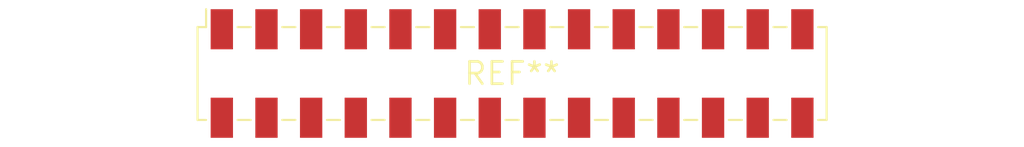
<source format=kicad_pcb>
(kicad_pcb (version 20240108) (generator pcbnew)
  (layers (0 "F.Cu" signal) (31 "B.Cu" signal) (34 "B.Paste" user) (35 "F.Paste" user) (36 "B.SilkS" user "B.Silkscreen") (37 "F.SilkS" user "F.Silkscreen") (38 "B.Mask" user) (39 "F.Mask" user) (44 "Edge.Cuts" user))
  (net 0 "")
  (footprint "Samtec_HLE-114-02-xxx-DV-A_2x14_P2.54mm_Horizontal" (layer "F.Cu") (at 0 0)
    (property "Reference" "REF**")
    (property "Value" "Samtec_HLE-114-02-xxx-DV-A_2x14_P2.54mm_Horizontal")
    (fp_line (start -17.89 -2.65) (end -17.89 2.65) (layer "F.SilkS") (stroke (width 0.12)))
    (fp_line (start -17.89 2.65) (end -17.405 2.65) (layer "F.SilkS") (stroke (width 0.12)))
    (fp_line (start -17.405 -3.67) (end -17.405 -2.65) (layer "F.SilkS") (stroke (width 0.12)))
    (fp_line (start -17.405 -2.65) (end -17.89 -2.65) (layer "F.SilkS") (stroke (width 0.12)))
    (fp_line (start -15.615 -2.65) (end -14.865 -2.65) (layer "F.SilkS") (stroke (width 0.12)))
    (fp_line (start -15.615 2.65) (end -14.865 2.65) (layer "F.SilkS") (stroke (width 0.12)))
    (fp_line (start -13.075 -2.65) (end -12.325 -2.65) (layer "F.SilkS") (stroke (width 0.12)))
    (fp_line (start -13.075 2.65) (end -12.325 2.65) (layer "F.SilkS") (stroke (width 0.12)))
    (fp_line (start -10.535 -2.65) (end -9.785 -2.65) (layer "F.SilkS") (stroke (width 0.12)))
    (fp_line (start -10.535 2.65) (end -9.785 2.65) (layer "F.SilkS") (stroke (width 0.12)))
    (fp_line (start -7.995 -2.65) (end -7.245 -2.65) (layer "F.SilkS") (stroke (width 0.12)))
    (fp_line (start -7.995 2.65) (end -7.245 2.65) (layer "F.SilkS") (stroke (width 0.12)))
    (fp_line (start -5.455 -2.65) (end -4.705 -2.65) (layer "F.SilkS") (stroke (width 0.12)))
    (fp_line (start -5.455 2.65) (end -4.705 2.65) (layer "F.SilkS") (stroke (width 0.12)))
    (fp_line (start -2.915 -2.65) (end -2.165 -2.65) (layer "F.SilkS") (stroke (width 0.12)))
    (fp_line (start -2.915 2.65) (end -2.165 2.65) (layer "F.SilkS") (stroke (width 0.12)))
    (fp_line (start -0.375 -2.65) (end 0.375 -2.65) (layer "F.SilkS") (stroke (width 0.12)))
    (fp_line (start -0.375 2.65) (end 0.375 2.65) (layer "F.SilkS") (stroke (width 0.12)))
    (fp_line (start 2.165 -2.65) (end 2.915 -2.65) (layer "F.SilkS") (stroke (width 0.12)))
    (fp_line (start 2.165 2.65) (end 2.915 2.65) (layer "F.SilkS") (stroke (width 0.12)))
    (fp_line (start 4.705 -2.65) (end 5.455 -2.65) (layer "F.SilkS") (stroke (width 0.12)))
    (fp_line (start 4.705 2.65) (end 5.455 2.65) (layer "F.SilkS") (stroke (width 0.12)))
    (fp_line (start 7.245 -2.65) (end 7.995 -2.65) (layer "F.SilkS") (stroke (width 0.12)))
    (fp_line (start 7.245 2.65) (end 7.995 2.65) (layer "F.SilkS") (stroke (width 0.12)))
    (fp_line (start 9.785 -2.65) (end 10.535 -2.65) (layer "F.SilkS") (stroke (width 0.12)))
    (fp_line (start 9.785 2.65) (end 10.535 2.65) (layer "F.SilkS") (stroke (width 0.12)))
    (fp_line (start 12.325 -2.65) (end 13.075 -2.65) (layer "F.SilkS") (stroke (width 0.12)))
    (fp_line (start 12.325 2.65) (end 13.075 2.65) (layer "F.SilkS") (stroke (width 0.12)))
    (fp_line (start 14.865 -2.65) (end 15.615 -2.65) (layer "F.SilkS") (stroke (width 0.12)))
    (fp_line (start 14.865 2.65) (end 15.615 2.65) (layer "F.SilkS") (stroke (width 0.12)))
    (fp_line (start 17.405 -2.65) (end 17.89 -2.65) (layer "F.SilkS") (stroke (width 0.12)))
    (fp_line (start 17.89 -2.65) (end 17.89 2.65) (layer "F.SilkS") (stroke (width 0.12)))
    (fp_line (start 17.89 2.65) (end 17.405 2.65) (layer "F.SilkS") (stroke (width 0.12)))
    (pad "" np_thru_hole circle (at -15.24 0) (size 1.78 1.78) (drill 1.78) (layers *.Cu *.Mask))
    (pad "" np_thru_hole circle (at 15.24 0) (size 1.78 1.78) (drill 1.78) (layers *.Cu *.Mask))
    (pad "1" smd rect (at -16.51 -2.525) (size 1.27 2.29) (layers "F.Cu" "F.Paste" "F.Mask"))
    (pad "2" smd rect (at -16.51 2.525) (size 1.27 2.29) (layers "F.Cu" "F.Paste" "F.Mask"))
    (pad "3" smd rect (at -13.97 -2.525) (size 1.27 2.29) (layers "F.Cu" "F.Paste" "F.Mask"))
    (pad "4" smd rect (at -13.97 2.525) (size 1.27 2.29) (layers "F.Cu" "F.Paste" "F.Mask"))
    (pad "5" smd rect (at -11.43 -2.525) (size 1.27 2.29) (layers "F.Cu" "F.Paste" "F.Mask"))
    (pad "6" smd rect (at -11.43 2.525) (size 1.27 2.29) (layers "F.Cu" "F.Paste" "F.Mask"))
    (pad "7" smd rect (at -8.89 -2.525) (size 1.27 2.29) (layers "F.Cu" "F.Paste" "F.Mask"))
    (pad "8" smd rect (at -8.89 2.525) (size 1.27 2.29) (layers "F.Cu" "F.Paste" "F.Mask"))
    (pad "9" smd rect (at -6.35 -2.525) (size 1.27 2.29) (layers "F.Cu" "F.Paste" "F.Mask"))
    (pad "10" smd rect (at -6.35 2.525) (size 1.27 2.29) (layers "F.Cu" "F.Paste" "F.Mask"))
    (pad "11" smd rect (at -3.81 -2.525) (size 1.27 2.29) (layers "F.Cu" "F.Paste" "F.Mask"))
    (pad "12" smd rect (at -3.81 2.525) (size 1.27 2.29) (layers "F.Cu" "F.Paste" "F.Mask"))
    (pad "13" smd rect (at -1.27 -2.525) (size 1.27 2.29) (layers "F.Cu" "F.Paste" "F.Mask"))
    (pad "14" smd rect (at -1.27 2.525) (size 1.27 2.29) (layers "F.Cu" "F.Paste" "F.Mask"))
    (pad "15" smd rect (at 1.27 -2.525) (size 1.27 2.29) (layers "F.Cu" "F.Paste" "F.Mask"))
    (pad "16" smd rect (at 1.27 2.525) (size 1.27 2.29) (layers "F.Cu" "F.Paste" "F.Mask"))
    (pad "17" smd rect (at 3.81 -2.525) (size 1.27 2.29) (layers "F.Cu" "F.Paste" "F.Mask"))
    (pad "18" smd rect (at 3.81 2.525) (size 1.27 2.29) (layers "F.Cu" "F.Paste" "F.Mask"))
    (pad "19" smd rect (at 6.35 -2.525) (size 1.27 2.29) (layers "F.Cu" "F.Paste" "F.Mask"))
    (pad "20" smd rect (at 6.35 2.525) (size 1.27 2.29) (layers "F.Cu" "F.Paste" "F.Mask"))
    (pad "21" smd rect (at 8.89 -2.525) (size 1.27 2.29) (layers "F.Cu" "F.Paste" "F.Mask"))
    (pad "22" smd rect (at 8.89 2.525) (size 1.27 2.29) (layers "F.Cu" "F.Paste" "F.Mask"))
    (pad "23" smd rect (at 11.43 -2.525) (size 1.27 2.29) (layers "F.Cu" "F.Paste" "F.Mask"))
    (pad "24" smd rect (at 11.43 2.525) (size 1.27 2.29) (layers "F.Cu" "F.Paste" "F.Mask"))
    (pad "25" smd rect (at 13.97 -2.525) (size 1.27 2.29) (layers "F.Cu" "F.Paste" "F.Mask"))
    (pad "26" smd rect (at 13.97 2.525) (size 1.27 2.29) (layers "F.Cu" "F.Paste" "F.Mask"))
    (pad "27" smd rect (at 16.51 -2.525) (size 1.27 2.29) (layers "F.Cu" "F.Paste" "F.Mask"))
    (pad "28" smd rect (at 16.51 2.525) (size 1.27 2.29) (layers "F.Cu" "F.Paste" "F.Mask"))
  )
)
</source>
